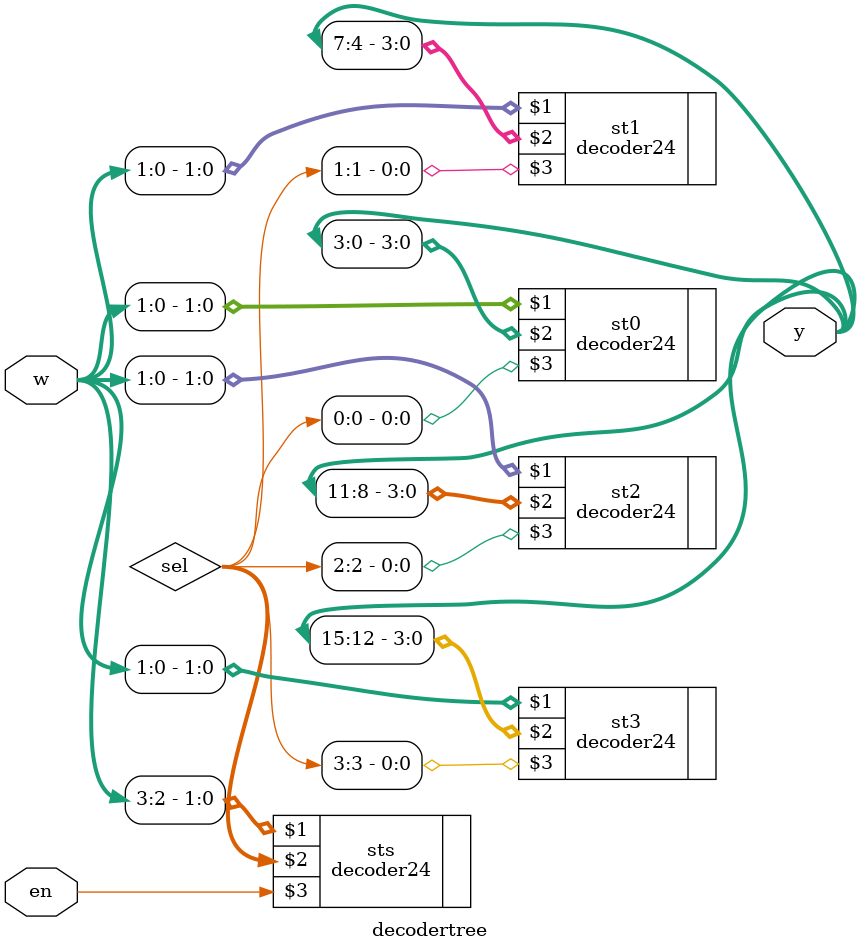
<source format=v>
module lab9q2new(abcd,f,g,h);
input [3:0]abcd;
output f,g,h;
wire [15:0]xf;
wire [15:0]xg;
wire [15:0]xh;
decodertree stf(abcd,xf,1);
decodertree stg(abcd,xg,1);
decodertree sth(abcd,xh,1);
assign f = xf[3]|xf[6]|xf[7]|xf[10]|xf[11]|xf[14];
assign g = xg[2]|xg[3]|xg[10]|xg[14];
assign h = xh[2]|xh[3]|xh[7] |xh[14]|xh[15];
endmodule

module decodertree(w,y,en);
input [3:0]w;
input en;
output [15:0]y;

wire [3:0]sel;
decoder24 sts(w[3:2],sel,en);
decoder24 st0(w[1:0],y[3:0],sel[0]);
decoder24 st1(w[1:0],y[7:4],sel[1]);
decoder24 st2(w[1:0],y[11:8],sel[2]);
decoder24 st3(w[1:0],y[15:12],sel[3]);
endmodule

</source>
